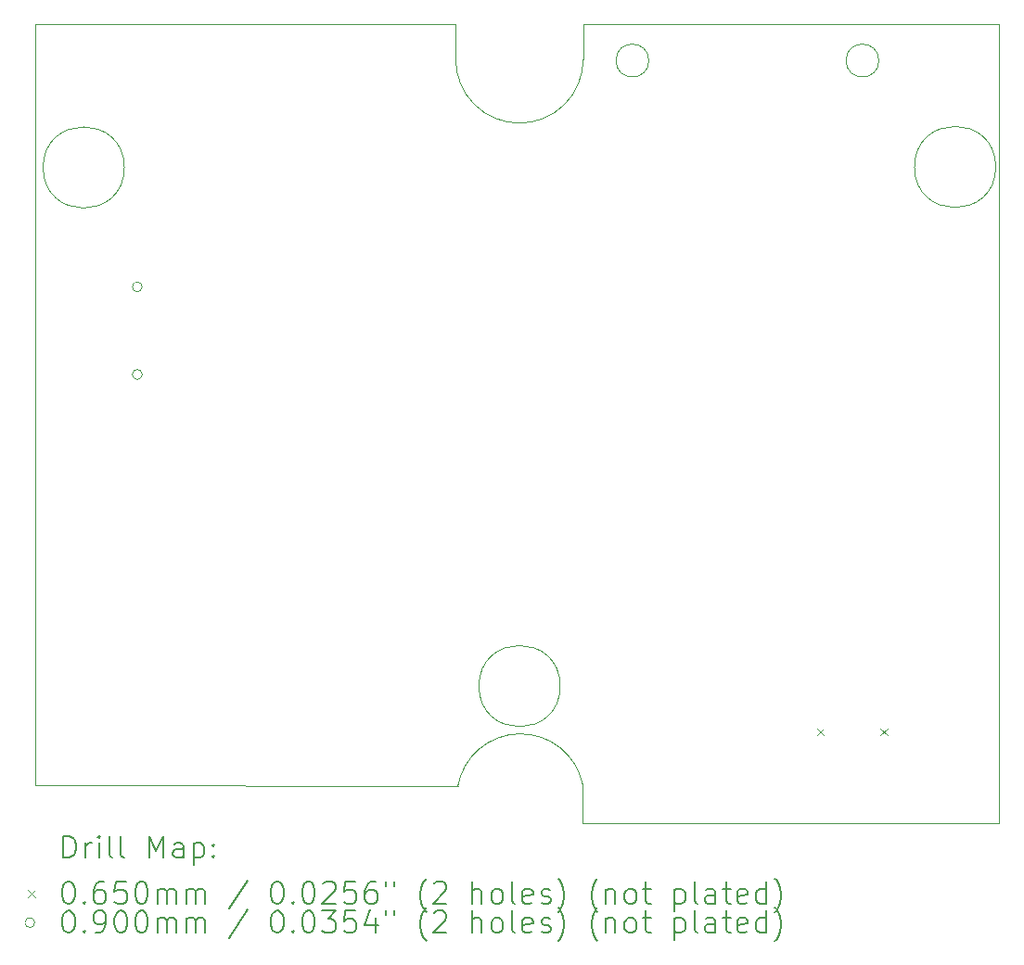
<source format=gbr>
%TF.GenerationSoftware,KiCad,Pcbnew,8.0.5*%
%TF.CreationDate,2024-10-11T11:15:47+01:00*%
%TF.ProjectId,esquema_eletronico,65737175-656d-4615-9f65-6c6574726f6e,rev?*%
%TF.SameCoordinates,Original*%
%TF.FileFunction,Drillmap*%
%TF.FilePolarity,Positive*%
%FSLAX45Y45*%
G04 Gerber Fmt 4.5, Leading zero omitted, Abs format (unit mm)*
G04 Created by KiCad (PCBNEW 8.0.5) date 2024-10-11 11:15:47*
%MOMM*%
%LPD*%
G01*
G04 APERTURE LIST*
%ADD10C,0.100000*%
%ADD11C,0.050000*%
%ADD12C,0.200000*%
G04 APERTURE END LIST*
D10*
X12795000Y-14000000D02*
X16600000Y-14000000D01*
X16566839Y-8007500D02*
G75*
G02*
X15825000Y-8007500I-370920J0D01*
G01*
X15825000Y-8007500D02*
G75*
G02*
X16566839Y-8007500I370920J0D01*
G01*
X11637500Y-6700000D02*
X7800000Y-6700000D01*
X12801000Y-7025000D02*
G75*
G02*
X11637004Y-7022848I-582000J0D01*
G01*
X7800000Y-6700000D02*
X7803038Y-13655000D01*
X11637500Y-6700000D02*
X11637004Y-7022848D01*
X12795000Y-14000000D02*
X12796159Y-13647375D01*
X16600000Y-14000000D02*
X16600000Y-6700000D01*
X12801498Y-6700576D02*
X12801000Y-7025000D01*
X12590919Y-12749081D02*
G75*
G02*
X11849080Y-12749081I-370920J0D01*
G01*
X11849080Y-12749081D02*
G75*
G02*
X12590919Y-12749081I370920J0D01*
G01*
X16600000Y-6700000D02*
X12801498Y-6700576D01*
X7803038Y-13655000D02*
X11656458Y-13662672D01*
X8612500Y-8012500D02*
G75*
G02*
X7870661Y-8012500I-370920J0D01*
G01*
X7870661Y-8012500D02*
G75*
G02*
X8612500Y-8012500I370920J0D01*
G01*
X11656458Y-13662672D02*
G75*
G02*
X12796157Y-13647375I571332J-102778D01*
G01*
D11*
X13399750Y-7035500D02*
G75*
G02*
X13099750Y-7035500I-150000J0D01*
G01*
X13099750Y-7035500D02*
G75*
G02*
X13399750Y-7035500I150000J0D01*
G01*
X15499750Y-7035500D02*
G75*
G02*
X15199750Y-7035500I-150000J0D01*
G01*
X15199750Y-7035500D02*
G75*
G02*
X15499750Y-7035500I150000J0D01*
G01*
D12*
D10*
X14933500Y-13134500D02*
X14998500Y-13199500D01*
X14998500Y-13134500D02*
X14933500Y-13199500D01*
X15511500Y-13134500D02*
X15576500Y-13199500D01*
X15576500Y-13134500D02*
X15511500Y-13199500D01*
X8775000Y-9102500D02*
G75*
G02*
X8685000Y-9102500I-45000J0D01*
G01*
X8685000Y-9102500D02*
G75*
G02*
X8775000Y-9102500I45000J0D01*
G01*
X8775000Y-9902500D02*
G75*
G02*
X8685000Y-9902500I-45000J0D01*
G01*
X8685000Y-9902500D02*
G75*
G02*
X8775000Y-9902500I45000J0D01*
G01*
D12*
X8055777Y-14316484D02*
X8055777Y-14116484D01*
X8055777Y-14116484D02*
X8103396Y-14116484D01*
X8103396Y-14116484D02*
X8131967Y-14126008D01*
X8131967Y-14126008D02*
X8151015Y-14145055D01*
X8151015Y-14145055D02*
X8160539Y-14164103D01*
X8160539Y-14164103D02*
X8170062Y-14202198D01*
X8170062Y-14202198D02*
X8170062Y-14230769D01*
X8170062Y-14230769D02*
X8160539Y-14268865D01*
X8160539Y-14268865D02*
X8151015Y-14287912D01*
X8151015Y-14287912D02*
X8131967Y-14306960D01*
X8131967Y-14306960D02*
X8103396Y-14316484D01*
X8103396Y-14316484D02*
X8055777Y-14316484D01*
X8255777Y-14316484D02*
X8255777Y-14183150D01*
X8255777Y-14221246D02*
X8265301Y-14202198D01*
X8265301Y-14202198D02*
X8274824Y-14192674D01*
X8274824Y-14192674D02*
X8293872Y-14183150D01*
X8293872Y-14183150D02*
X8312920Y-14183150D01*
X8379586Y-14316484D02*
X8379586Y-14183150D01*
X8379586Y-14116484D02*
X8370062Y-14126008D01*
X8370062Y-14126008D02*
X8379586Y-14135531D01*
X8379586Y-14135531D02*
X8389110Y-14126008D01*
X8389110Y-14126008D02*
X8379586Y-14116484D01*
X8379586Y-14116484D02*
X8379586Y-14135531D01*
X8503396Y-14316484D02*
X8484348Y-14306960D01*
X8484348Y-14306960D02*
X8474824Y-14287912D01*
X8474824Y-14287912D02*
X8474824Y-14116484D01*
X8608158Y-14316484D02*
X8589110Y-14306960D01*
X8589110Y-14306960D02*
X8579586Y-14287912D01*
X8579586Y-14287912D02*
X8579586Y-14116484D01*
X8836729Y-14316484D02*
X8836729Y-14116484D01*
X8836729Y-14116484D02*
X8903396Y-14259341D01*
X8903396Y-14259341D02*
X8970063Y-14116484D01*
X8970063Y-14116484D02*
X8970063Y-14316484D01*
X9151015Y-14316484D02*
X9151015Y-14211722D01*
X9151015Y-14211722D02*
X9141491Y-14192674D01*
X9141491Y-14192674D02*
X9122444Y-14183150D01*
X9122444Y-14183150D02*
X9084348Y-14183150D01*
X9084348Y-14183150D02*
X9065301Y-14192674D01*
X9151015Y-14306960D02*
X9131967Y-14316484D01*
X9131967Y-14316484D02*
X9084348Y-14316484D01*
X9084348Y-14316484D02*
X9065301Y-14306960D01*
X9065301Y-14306960D02*
X9055777Y-14287912D01*
X9055777Y-14287912D02*
X9055777Y-14268865D01*
X9055777Y-14268865D02*
X9065301Y-14249817D01*
X9065301Y-14249817D02*
X9084348Y-14240293D01*
X9084348Y-14240293D02*
X9131967Y-14240293D01*
X9131967Y-14240293D02*
X9151015Y-14230769D01*
X9246253Y-14183150D02*
X9246253Y-14383150D01*
X9246253Y-14192674D02*
X9265301Y-14183150D01*
X9265301Y-14183150D02*
X9303396Y-14183150D01*
X9303396Y-14183150D02*
X9322444Y-14192674D01*
X9322444Y-14192674D02*
X9331967Y-14202198D01*
X9331967Y-14202198D02*
X9341491Y-14221246D01*
X9341491Y-14221246D02*
X9341491Y-14278388D01*
X9341491Y-14278388D02*
X9331967Y-14297436D01*
X9331967Y-14297436D02*
X9322444Y-14306960D01*
X9322444Y-14306960D02*
X9303396Y-14316484D01*
X9303396Y-14316484D02*
X9265301Y-14316484D01*
X9265301Y-14316484D02*
X9246253Y-14306960D01*
X9427205Y-14297436D02*
X9436729Y-14306960D01*
X9436729Y-14306960D02*
X9427205Y-14316484D01*
X9427205Y-14316484D02*
X9417682Y-14306960D01*
X9417682Y-14306960D02*
X9427205Y-14297436D01*
X9427205Y-14297436D02*
X9427205Y-14316484D01*
X9427205Y-14192674D02*
X9436729Y-14202198D01*
X9436729Y-14202198D02*
X9427205Y-14211722D01*
X9427205Y-14211722D02*
X9417682Y-14202198D01*
X9417682Y-14202198D02*
X9427205Y-14192674D01*
X9427205Y-14192674D02*
X9427205Y-14211722D01*
D10*
X7730000Y-14612500D02*
X7795000Y-14677500D01*
X7795000Y-14612500D02*
X7730000Y-14677500D01*
D12*
X8093872Y-14536484D02*
X8112920Y-14536484D01*
X8112920Y-14536484D02*
X8131967Y-14546008D01*
X8131967Y-14546008D02*
X8141491Y-14555531D01*
X8141491Y-14555531D02*
X8151015Y-14574579D01*
X8151015Y-14574579D02*
X8160539Y-14612674D01*
X8160539Y-14612674D02*
X8160539Y-14660293D01*
X8160539Y-14660293D02*
X8151015Y-14698388D01*
X8151015Y-14698388D02*
X8141491Y-14717436D01*
X8141491Y-14717436D02*
X8131967Y-14726960D01*
X8131967Y-14726960D02*
X8112920Y-14736484D01*
X8112920Y-14736484D02*
X8093872Y-14736484D01*
X8093872Y-14736484D02*
X8074824Y-14726960D01*
X8074824Y-14726960D02*
X8065301Y-14717436D01*
X8065301Y-14717436D02*
X8055777Y-14698388D01*
X8055777Y-14698388D02*
X8046253Y-14660293D01*
X8046253Y-14660293D02*
X8046253Y-14612674D01*
X8046253Y-14612674D02*
X8055777Y-14574579D01*
X8055777Y-14574579D02*
X8065301Y-14555531D01*
X8065301Y-14555531D02*
X8074824Y-14546008D01*
X8074824Y-14546008D02*
X8093872Y-14536484D01*
X8246253Y-14717436D02*
X8255777Y-14726960D01*
X8255777Y-14726960D02*
X8246253Y-14736484D01*
X8246253Y-14736484D02*
X8236729Y-14726960D01*
X8236729Y-14726960D02*
X8246253Y-14717436D01*
X8246253Y-14717436D02*
X8246253Y-14736484D01*
X8427205Y-14536484D02*
X8389110Y-14536484D01*
X8389110Y-14536484D02*
X8370062Y-14546008D01*
X8370062Y-14546008D02*
X8360539Y-14555531D01*
X8360539Y-14555531D02*
X8341491Y-14584103D01*
X8341491Y-14584103D02*
X8331967Y-14622198D01*
X8331967Y-14622198D02*
X8331967Y-14698388D01*
X8331967Y-14698388D02*
X8341491Y-14717436D01*
X8341491Y-14717436D02*
X8351015Y-14726960D01*
X8351015Y-14726960D02*
X8370062Y-14736484D01*
X8370062Y-14736484D02*
X8408158Y-14736484D01*
X8408158Y-14736484D02*
X8427205Y-14726960D01*
X8427205Y-14726960D02*
X8436729Y-14717436D01*
X8436729Y-14717436D02*
X8446253Y-14698388D01*
X8446253Y-14698388D02*
X8446253Y-14650769D01*
X8446253Y-14650769D02*
X8436729Y-14631722D01*
X8436729Y-14631722D02*
X8427205Y-14622198D01*
X8427205Y-14622198D02*
X8408158Y-14612674D01*
X8408158Y-14612674D02*
X8370062Y-14612674D01*
X8370062Y-14612674D02*
X8351015Y-14622198D01*
X8351015Y-14622198D02*
X8341491Y-14631722D01*
X8341491Y-14631722D02*
X8331967Y-14650769D01*
X8627205Y-14536484D02*
X8531967Y-14536484D01*
X8531967Y-14536484D02*
X8522444Y-14631722D01*
X8522444Y-14631722D02*
X8531967Y-14622198D01*
X8531967Y-14622198D02*
X8551015Y-14612674D01*
X8551015Y-14612674D02*
X8598634Y-14612674D01*
X8598634Y-14612674D02*
X8617682Y-14622198D01*
X8617682Y-14622198D02*
X8627205Y-14631722D01*
X8627205Y-14631722D02*
X8636729Y-14650769D01*
X8636729Y-14650769D02*
X8636729Y-14698388D01*
X8636729Y-14698388D02*
X8627205Y-14717436D01*
X8627205Y-14717436D02*
X8617682Y-14726960D01*
X8617682Y-14726960D02*
X8598634Y-14736484D01*
X8598634Y-14736484D02*
X8551015Y-14736484D01*
X8551015Y-14736484D02*
X8531967Y-14726960D01*
X8531967Y-14726960D02*
X8522444Y-14717436D01*
X8760539Y-14536484D02*
X8779586Y-14536484D01*
X8779586Y-14536484D02*
X8798634Y-14546008D01*
X8798634Y-14546008D02*
X8808158Y-14555531D01*
X8808158Y-14555531D02*
X8817682Y-14574579D01*
X8817682Y-14574579D02*
X8827205Y-14612674D01*
X8827205Y-14612674D02*
X8827205Y-14660293D01*
X8827205Y-14660293D02*
X8817682Y-14698388D01*
X8817682Y-14698388D02*
X8808158Y-14717436D01*
X8808158Y-14717436D02*
X8798634Y-14726960D01*
X8798634Y-14726960D02*
X8779586Y-14736484D01*
X8779586Y-14736484D02*
X8760539Y-14736484D01*
X8760539Y-14736484D02*
X8741491Y-14726960D01*
X8741491Y-14726960D02*
X8731967Y-14717436D01*
X8731967Y-14717436D02*
X8722444Y-14698388D01*
X8722444Y-14698388D02*
X8712920Y-14660293D01*
X8712920Y-14660293D02*
X8712920Y-14612674D01*
X8712920Y-14612674D02*
X8722444Y-14574579D01*
X8722444Y-14574579D02*
X8731967Y-14555531D01*
X8731967Y-14555531D02*
X8741491Y-14546008D01*
X8741491Y-14546008D02*
X8760539Y-14536484D01*
X8912920Y-14736484D02*
X8912920Y-14603150D01*
X8912920Y-14622198D02*
X8922444Y-14612674D01*
X8922444Y-14612674D02*
X8941491Y-14603150D01*
X8941491Y-14603150D02*
X8970063Y-14603150D01*
X8970063Y-14603150D02*
X8989110Y-14612674D01*
X8989110Y-14612674D02*
X8998634Y-14631722D01*
X8998634Y-14631722D02*
X8998634Y-14736484D01*
X8998634Y-14631722D02*
X9008158Y-14612674D01*
X9008158Y-14612674D02*
X9027205Y-14603150D01*
X9027205Y-14603150D02*
X9055777Y-14603150D01*
X9055777Y-14603150D02*
X9074825Y-14612674D01*
X9074825Y-14612674D02*
X9084348Y-14631722D01*
X9084348Y-14631722D02*
X9084348Y-14736484D01*
X9179586Y-14736484D02*
X9179586Y-14603150D01*
X9179586Y-14622198D02*
X9189110Y-14612674D01*
X9189110Y-14612674D02*
X9208158Y-14603150D01*
X9208158Y-14603150D02*
X9236729Y-14603150D01*
X9236729Y-14603150D02*
X9255777Y-14612674D01*
X9255777Y-14612674D02*
X9265301Y-14631722D01*
X9265301Y-14631722D02*
X9265301Y-14736484D01*
X9265301Y-14631722D02*
X9274825Y-14612674D01*
X9274825Y-14612674D02*
X9293872Y-14603150D01*
X9293872Y-14603150D02*
X9322444Y-14603150D01*
X9322444Y-14603150D02*
X9341491Y-14612674D01*
X9341491Y-14612674D02*
X9351015Y-14631722D01*
X9351015Y-14631722D02*
X9351015Y-14736484D01*
X9741491Y-14526960D02*
X9570063Y-14784103D01*
X9998634Y-14536484D02*
X10017682Y-14536484D01*
X10017682Y-14536484D02*
X10036729Y-14546008D01*
X10036729Y-14546008D02*
X10046253Y-14555531D01*
X10046253Y-14555531D02*
X10055777Y-14574579D01*
X10055777Y-14574579D02*
X10065301Y-14612674D01*
X10065301Y-14612674D02*
X10065301Y-14660293D01*
X10065301Y-14660293D02*
X10055777Y-14698388D01*
X10055777Y-14698388D02*
X10046253Y-14717436D01*
X10046253Y-14717436D02*
X10036729Y-14726960D01*
X10036729Y-14726960D02*
X10017682Y-14736484D01*
X10017682Y-14736484D02*
X9998634Y-14736484D01*
X9998634Y-14736484D02*
X9979587Y-14726960D01*
X9979587Y-14726960D02*
X9970063Y-14717436D01*
X9970063Y-14717436D02*
X9960539Y-14698388D01*
X9960539Y-14698388D02*
X9951015Y-14660293D01*
X9951015Y-14660293D02*
X9951015Y-14612674D01*
X9951015Y-14612674D02*
X9960539Y-14574579D01*
X9960539Y-14574579D02*
X9970063Y-14555531D01*
X9970063Y-14555531D02*
X9979587Y-14546008D01*
X9979587Y-14546008D02*
X9998634Y-14536484D01*
X10151015Y-14717436D02*
X10160539Y-14726960D01*
X10160539Y-14726960D02*
X10151015Y-14736484D01*
X10151015Y-14736484D02*
X10141491Y-14726960D01*
X10141491Y-14726960D02*
X10151015Y-14717436D01*
X10151015Y-14717436D02*
X10151015Y-14736484D01*
X10284348Y-14536484D02*
X10303396Y-14536484D01*
X10303396Y-14536484D02*
X10322444Y-14546008D01*
X10322444Y-14546008D02*
X10331968Y-14555531D01*
X10331968Y-14555531D02*
X10341491Y-14574579D01*
X10341491Y-14574579D02*
X10351015Y-14612674D01*
X10351015Y-14612674D02*
X10351015Y-14660293D01*
X10351015Y-14660293D02*
X10341491Y-14698388D01*
X10341491Y-14698388D02*
X10331968Y-14717436D01*
X10331968Y-14717436D02*
X10322444Y-14726960D01*
X10322444Y-14726960D02*
X10303396Y-14736484D01*
X10303396Y-14736484D02*
X10284348Y-14736484D01*
X10284348Y-14736484D02*
X10265301Y-14726960D01*
X10265301Y-14726960D02*
X10255777Y-14717436D01*
X10255777Y-14717436D02*
X10246253Y-14698388D01*
X10246253Y-14698388D02*
X10236729Y-14660293D01*
X10236729Y-14660293D02*
X10236729Y-14612674D01*
X10236729Y-14612674D02*
X10246253Y-14574579D01*
X10246253Y-14574579D02*
X10255777Y-14555531D01*
X10255777Y-14555531D02*
X10265301Y-14546008D01*
X10265301Y-14546008D02*
X10284348Y-14536484D01*
X10427206Y-14555531D02*
X10436729Y-14546008D01*
X10436729Y-14546008D02*
X10455777Y-14536484D01*
X10455777Y-14536484D02*
X10503396Y-14536484D01*
X10503396Y-14536484D02*
X10522444Y-14546008D01*
X10522444Y-14546008D02*
X10531968Y-14555531D01*
X10531968Y-14555531D02*
X10541491Y-14574579D01*
X10541491Y-14574579D02*
X10541491Y-14593627D01*
X10541491Y-14593627D02*
X10531968Y-14622198D01*
X10531968Y-14622198D02*
X10417682Y-14736484D01*
X10417682Y-14736484D02*
X10541491Y-14736484D01*
X10722444Y-14536484D02*
X10627206Y-14536484D01*
X10627206Y-14536484D02*
X10617682Y-14631722D01*
X10617682Y-14631722D02*
X10627206Y-14622198D01*
X10627206Y-14622198D02*
X10646253Y-14612674D01*
X10646253Y-14612674D02*
X10693872Y-14612674D01*
X10693872Y-14612674D02*
X10712920Y-14622198D01*
X10712920Y-14622198D02*
X10722444Y-14631722D01*
X10722444Y-14631722D02*
X10731968Y-14650769D01*
X10731968Y-14650769D02*
X10731968Y-14698388D01*
X10731968Y-14698388D02*
X10722444Y-14717436D01*
X10722444Y-14717436D02*
X10712920Y-14726960D01*
X10712920Y-14726960D02*
X10693872Y-14736484D01*
X10693872Y-14736484D02*
X10646253Y-14736484D01*
X10646253Y-14736484D02*
X10627206Y-14726960D01*
X10627206Y-14726960D02*
X10617682Y-14717436D01*
X10903396Y-14536484D02*
X10865301Y-14536484D01*
X10865301Y-14536484D02*
X10846253Y-14546008D01*
X10846253Y-14546008D02*
X10836729Y-14555531D01*
X10836729Y-14555531D02*
X10817682Y-14584103D01*
X10817682Y-14584103D02*
X10808158Y-14622198D01*
X10808158Y-14622198D02*
X10808158Y-14698388D01*
X10808158Y-14698388D02*
X10817682Y-14717436D01*
X10817682Y-14717436D02*
X10827206Y-14726960D01*
X10827206Y-14726960D02*
X10846253Y-14736484D01*
X10846253Y-14736484D02*
X10884349Y-14736484D01*
X10884349Y-14736484D02*
X10903396Y-14726960D01*
X10903396Y-14726960D02*
X10912920Y-14717436D01*
X10912920Y-14717436D02*
X10922444Y-14698388D01*
X10922444Y-14698388D02*
X10922444Y-14650769D01*
X10922444Y-14650769D02*
X10912920Y-14631722D01*
X10912920Y-14631722D02*
X10903396Y-14622198D01*
X10903396Y-14622198D02*
X10884349Y-14612674D01*
X10884349Y-14612674D02*
X10846253Y-14612674D01*
X10846253Y-14612674D02*
X10827206Y-14622198D01*
X10827206Y-14622198D02*
X10817682Y-14631722D01*
X10817682Y-14631722D02*
X10808158Y-14650769D01*
X10998634Y-14536484D02*
X10998634Y-14574579D01*
X11074825Y-14536484D02*
X11074825Y-14574579D01*
X11370063Y-14812674D02*
X11360539Y-14803150D01*
X11360539Y-14803150D02*
X11341491Y-14774579D01*
X11341491Y-14774579D02*
X11331968Y-14755531D01*
X11331968Y-14755531D02*
X11322444Y-14726960D01*
X11322444Y-14726960D02*
X11312920Y-14679341D01*
X11312920Y-14679341D02*
X11312920Y-14641246D01*
X11312920Y-14641246D02*
X11322444Y-14593627D01*
X11322444Y-14593627D02*
X11331968Y-14565055D01*
X11331968Y-14565055D02*
X11341491Y-14546008D01*
X11341491Y-14546008D02*
X11360539Y-14517436D01*
X11360539Y-14517436D02*
X11370063Y-14507912D01*
X11436729Y-14555531D02*
X11446253Y-14546008D01*
X11446253Y-14546008D02*
X11465301Y-14536484D01*
X11465301Y-14536484D02*
X11512920Y-14536484D01*
X11512920Y-14536484D02*
X11531968Y-14546008D01*
X11531968Y-14546008D02*
X11541491Y-14555531D01*
X11541491Y-14555531D02*
X11551015Y-14574579D01*
X11551015Y-14574579D02*
X11551015Y-14593627D01*
X11551015Y-14593627D02*
X11541491Y-14622198D01*
X11541491Y-14622198D02*
X11427206Y-14736484D01*
X11427206Y-14736484D02*
X11551015Y-14736484D01*
X11789110Y-14736484D02*
X11789110Y-14536484D01*
X11874825Y-14736484D02*
X11874825Y-14631722D01*
X11874825Y-14631722D02*
X11865301Y-14612674D01*
X11865301Y-14612674D02*
X11846253Y-14603150D01*
X11846253Y-14603150D02*
X11817682Y-14603150D01*
X11817682Y-14603150D02*
X11798634Y-14612674D01*
X11798634Y-14612674D02*
X11789110Y-14622198D01*
X11998634Y-14736484D02*
X11979587Y-14726960D01*
X11979587Y-14726960D02*
X11970063Y-14717436D01*
X11970063Y-14717436D02*
X11960539Y-14698388D01*
X11960539Y-14698388D02*
X11960539Y-14641246D01*
X11960539Y-14641246D02*
X11970063Y-14622198D01*
X11970063Y-14622198D02*
X11979587Y-14612674D01*
X11979587Y-14612674D02*
X11998634Y-14603150D01*
X11998634Y-14603150D02*
X12027206Y-14603150D01*
X12027206Y-14603150D02*
X12046253Y-14612674D01*
X12046253Y-14612674D02*
X12055777Y-14622198D01*
X12055777Y-14622198D02*
X12065301Y-14641246D01*
X12065301Y-14641246D02*
X12065301Y-14698388D01*
X12065301Y-14698388D02*
X12055777Y-14717436D01*
X12055777Y-14717436D02*
X12046253Y-14726960D01*
X12046253Y-14726960D02*
X12027206Y-14736484D01*
X12027206Y-14736484D02*
X11998634Y-14736484D01*
X12179587Y-14736484D02*
X12160539Y-14726960D01*
X12160539Y-14726960D02*
X12151015Y-14707912D01*
X12151015Y-14707912D02*
X12151015Y-14536484D01*
X12331968Y-14726960D02*
X12312920Y-14736484D01*
X12312920Y-14736484D02*
X12274825Y-14736484D01*
X12274825Y-14736484D02*
X12255777Y-14726960D01*
X12255777Y-14726960D02*
X12246253Y-14707912D01*
X12246253Y-14707912D02*
X12246253Y-14631722D01*
X12246253Y-14631722D02*
X12255777Y-14612674D01*
X12255777Y-14612674D02*
X12274825Y-14603150D01*
X12274825Y-14603150D02*
X12312920Y-14603150D01*
X12312920Y-14603150D02*
X12331968Y-14612674D01*
X12331968Y-14612674D02*
X12341491Y-14631722D01*
X12341491Y-14631722D02*
X12341491Y-14650769D01*
X12341491Y-14650769D02*
X12246253Y-14669817D01*
X12417682Y-14726960D02*
X12436730Y-14736484D01*
X12436730Y-14736484D02*
X12474825Y-14736484D01*
X12474825Y-14736484D02*
X12493872Y-14726960D01*
X12493872Y-14726960D02*
X12503396Y-14707912D01*
X12503396Y-14707912D02*
X12503396Y-14698388D01*
X12503396Y-14698388D02*
X12493872Y-14679341D01*
X12493872Y-14679341D02*
X12474825Y-14669817D01*
X12474825Y-14669817D02*
X12446253Y-14669817D01*
X12446253Y-14669817D02*
X12427206Y-14660293D01*
X12427206Y-14660293D02*
X12417682Y-14641246D01*
X12417682Y-14641246D02*
X12417682Y-14631722D01*
X12417682Y-14631722D02*
X12427206Y-14612674D01*
X12427206Y-14612674D02*
X12446253Y-14603150D01*
X12446253Y-14603150D02*
X12474825Y-14603150D01*
X12474825Y-14603150D02*
X12493872Y-14612674D01*
X12570063Y-14812674D02*
X12579587Y-14803150D01*
X12579587Y-14803150D02*
X12598634Y-14774579D01*
X12598634Y-14774579D02*
X12608158Y-14755531D01*
X12608158Y-14755531D02*
X12617682Y-14726960D01*
X12617682Y-14726960D02*
X12627206Y-14679341D01*
X12627206Y-14679341D02*
X12627206Y-14641246D01*
X12627206Y-14641246D02*
X12617682Y-14593627D01*
X12617682Y-14593627D02*
X12608158Y-14565055D01*
X12608158Y-14565055D02*
X12598634Y-14546008D01*
X12598634Y-14546008D02*
X12579587Y-14517436D01*
X12579587Y-14517436D02*
X12570063Y-14507912D01*
X12931968Y-14812674D02*
X12922444Y-14803150D01*
X12922444Y-14803150D02*
X12903396Y-14774579D01*
X12903396Y-14774579D02*
X12893872Y-14755531D01*
X12893872Y-14755531D02*
X12884349Y-14726960D01*
X12884349Y-14726960D02*
X12874825Y-14679341D01*
X12874825Y-14679341D02*
X12874825Y-14641246D01*
X12874825Y-14641246D02*
X12884349Y-14593627D01*
X12884349Y-14593627D02*
X12893872Y-14565055D01*
X12893872Y-14565055D02*
X12903396Y-14546008D01*
X12903396Y-14546008D02*
X12922444Y-14517436D01*
X12922444Y-14517436D02*
X12931968Y-14507912D01*
X13008158Y-14603150D02*
X13008158Y-14736484D01*
X13008158Y-14622198D02*
X13017682Y-14612674D01*
X13017682Y-14612674D02*
X13036730Y-14603150D01*
X13036730Y-14603150D02*
X13065301Y-14603150D01*
X13065301Y-14603150D02*
X13084349Y-14612674D01*
X13084349Y-14612674D02*
X13093872Y-14631722D01*
X13093872Y-14631722D02*
X13093872Y-14736484D01*
X13217682Y-14736484D02*
X13198634Y-14726960D01*
X13198634Y-14726960D02*
X13189111Y-14717436D01*
X13189111Y-14717436D02*
X13179587Y-14698388D01*
X13179587Y-14698388D02*
X13179587Y-14641246D01*
X13179587Y-14641246D02*
X13189111Y-14622198D01*
X13189111Y-14622198D02*
X13198634Y-14612674D01*
X13198634Y-14612674D02*
X13217682Y-14603150D01*
X13217682Y-14603150D02*
X13246253Y-14603150D01*
X13246253Y-14603150D02*
X13265301Y-14612674D01*
X13265301Y-14612674D02*
X13274825Y-14622198D01*
X13274825Y-14622198D02*
X13284349Y-14641246D01*
X13284349Y-14641246D02*
X13284349Y-14698388D01*
X13284349Y-14698388D02*
X13274825Y-14717436D01*
X13274825Y-14717436D02*
X13265301Y-14726960D01*
X13265301Y-14726960D02*
X13246253Y-14736484D01*
X13246253Y-14736484D02*
X13217682Y-14736484D01*
X13341492Y-14603150D02*
X13417682Y-14603150D01*
X13370063Y-14536484D02*
X13370063Y-14707912D01*
X13370063Y-14707912D02*
X13379587Y-14726960D01*
X13379587Y-14726960D02*
X13398634Y-14736484D01*
X13398634Y-14736484D02*
X13417682Y-14736484D01*
X13636730Y-14603150D02*
X13636730Y-14803150D01*
X13636730Y-14612674D02*
X13655777Y-14603150D01*
X13655777Y-14603150D02*
X13693873Y-14603150D01*
X13693873Y-14603150D02*
X13712920Y-14612674D01*
X13712920Y-14612674D02*
X13722444Y-14622198D01*
X13722444Y-14622198D02*
X13731968Y-14641246D01*
X13731968Y-14641246D02*
X13731968Y-14698388D01*
X13731968Y-14698388D02*
X13722444Y-14717436D01*
X13722444Y-14717436D02*
X13712920Y-14726960D01*
X13712920Y-14726960D02*
X13693873Y-14736484D01*
X13693873Y-14736484D02*
X13655777Y-14736484D01*
X13655777Y-14736484D02*
X13636730Y-14726960D01*
X13846253Y-14736484D02*
X13827206Y-14726960D01*
X13827206Y-14726960D02*
X13817682Y-14707912D01*
X13817682Y-14707912D02*
X13817682Y-14536484D01*
X14008158Y-14736484D02*
X14008158Y-14631722D01*
X14008158Y-14631722D02*
X13998634Y-14612674D01*
X13998634Y-14612674D02*
X13979587Y-14603150D01*
X13979587Y-14603150D02*
X13941492Y-14603150D01*
X13941492Y-14603150D02*
X13922444Y-14612674D01*
X14008158Y-14726960D02*
X13989111Y-14736484D01*
X13989111Y-14736484D02*
X13941492Y-14736484D01*
X13941492Y-14736484D02*
X13922444Y-14726960D01*
X13922444Y-14726960D02*
X13912920Y-14707912D01*
X13912920Y-14707912D02*
X13912920Y-14688865D01*
X13912920Y-14688865D02*
X13922444Y-14669817D01*
X13922444Y-14669817D02*
X13941492Y-14660293D01*
X13941492Y-14660293D02*
X13989111Y-14660293D01*
X13989111Y-14660293D02*
X14008158Y-14650769D01*
X14074825Y-14603150D02*
X14151015Y-14603150D01*
X14103396Y-14536484D02*
X14103396Y-14707912D01*
X14103396Y-14707912D02*
X14112920Y-14726960D01*
X14112920Y-14726960D02*
X14131968Y-14736484D01*
X14131968Y-14736484D02*
X14151015Y-14736484D01*
X14293873Y-14726960D02*
X14274825Y-14736484D01*
X14274825Y-14736484D02*
X14236730Y-14736484D01*
X14236730Y-14736484D02*
X14217682Y-14726960D01*
X14217682Y-14726960D02*
X14208158Y-14707912D01*
X14208158Y-14707912D02*
X14208158Y-14631722D01*
X14208158Y-14631722D02*
X14217682Y-14612674D01*
X14217682Y-14612674D02*
X14236730Y-14603150D01*
X14236730Y-14603150D02*
X14274825Y-14603150D01*
X14274825Y-14603150D02*
X14293873Y-14612674D01*
X14293873Y-14612674D02*
X14303396Y-14631722D01*
X14303396Y-14631722D02*
X14303396Y-14650769D01*
X14303396Y-14650769D02*
X14208158Y-14669817D01*
X14474825Y-14736484D02*
X14474825Y-14536484D01*
X14474825Y-14726960D02*
X14455777Y-14736484D01*
X14455777Y-14736484D02*
X14417682Y-14736484D01*
X14417682Y-14736484D02*
X14398634Y-14726960D01*
X14398634Y-14726960D02*
X14389111Y-14717436D01*
X14389111Y-14717436D02*
X14379587Y-14698388D01*
X14379587Y-14698388D02*
X14379587Y-14641246D01*
X14379587Y-14641246D02*
X14389111Y-14622198D01*
X14389111Y-14622198D02*
X14398634Y-14612674D01*
X14398634Y-14612674D02*
X14417682Y-14603150D01*
X14417682Y-14603150D02*
X14455777Y-14603150D01*
X14455777Y-14603150D02*
X14474825Y-14612674D01*
X14551015Y-14812674D02*
X14560539Y-14803150D01*
X14560539Y-14803150D02*
X14579587Y-14774579D01*
X14579587Y-14774579D02*
X14589111Y-14755531D01*
X14589111Y-14755531D02*
X14598634Y-14726960D01*
X14598634Y-14726960D02*
X14608158Y-14679341D01*
X14608158Y-14679341D02*
X14608158Y-14641246D01*
X14608158Y-14641246D02*
X14598634Y-14593627D01*
X14598634Y-14593627D02*
X14589111Y-14565055D01*
X14589111Y-14565055D02*
X14579587Y-14546008D01*
X14579587Y-14546008D02*
X14560539Y-14517436D01*
X14560539Y-14517436D02*
X14551015Y-14507912D01*
D10*
X7795000Y-14909000D02*
G75*
G02*
X7705000Y-14909000I-45000J0D01*
G01*
X7705000Y-14909000D02*
G75*
G02*
X7795000Y-14909000I45000J0D01*
G01*
D12*
X8093872Y-14800484D02*
X8112920Y-14800484D01*
X8112920Y-14800484D02*
X8131967Y-14810008D01*
X8131967Y-14810008D02*
X8141491Y-14819531D01*
X8141491Y-14819531D02*
X8151015Y-14838579D01*
X8151015Y-14838579D02*
X8160539Y-14876674D01*
X8160539Y-14876674D02*
X8160539Y-14924293D01*
X8160539Y-14924293D02*
X8151015Y-14962388D01*
X8151015Y-14962388D02*
X8141491Y-14981436D01*
X8141491Y-14981436D02*
X8131967Y-14990960D01*
X8131967Y-14990960D02*
X8112920Y-15000484D01*
X8112920Y-15000484D02*
X8093872Y-15000484D01*
X8093872Y-15000484D02*
X8074824Y-14990960D01*
X8074824Y-14990960D02*
X8065301Y-14981436D01*
X8065301Y-14981436D02*
X8055777Y-14962388D01*
X8055777Y-14962388D02*
X8046253Y-14924293D01*
X8046253Y-14924293D02*
X8046253Y-14876674D01*
X8046253Y-14876674D02*
X8055777Y-14838579D01*
X8055777Y-14838579D02*
X8065301Y-14819531D01*
X8065301Y-14819531D02*
X8074824Y-14810008D01*
X8074824Y-14810008D02*
X8093872Y-14800484D01*
X8246253Y-14981436D02*
X8255777Y-14990960D01*
X8255777Y-14990960D02*
X8246253Y-15000484D01*
X8246253Y-15000484D02*
X8236729Y-14990960D01*
X8236729Y-14990960D02*
X8246253Y-14981436D01*
X8246253Y-14981436D02*
X8246253Y-15000484D01*
X8351015Y-15000484D02*
X8389110Y-15000484D01*
X8389110Y-15000484D02*
X8408158Y-14990960D01*
X8408158Y-14990960D02*
X8417682Y-14981436D01*
X8417682Y-14981436D02*
X8436729Y-14952865D01*
X8436729Y-14952865D02*
X8446253Y-14914769D01*
X8446253Y-14914769D02*
X8446253Y-14838579D01*
X8446253Y-14838579D02*
X8436729Y-14819531D01*
X8436729Y-14819531D02*
X8427205Y-14810008D01*
X8427205Y-14810008D02*
X8408158Y-14800484D01*
X8408158Y-14800484D02*
X8370062Y-14800484D01*
X8370062Y-14800484D02*
X8351015Y-14810008D01*
X8351015Y-14810008D02*
X8341491Y-14819531D01*
X8341491Y-14819531D02*
X8331967Y-14838579D01*
X8331967Y-14838579D02*
X8331967Y-14886198D01*
X8331967Y-14886198D02*
X8341491Y-14905246D01*
X8341491Y-14905246D02*
X8351015Y-14914769D01*
X8351015Y-14914769D02*
X8370062Y-14924293D01*
X8370062Y-14924293D02*
X8408158Y-14924293D01*
X8408158Y-14924293D02*
X8427205Y-14914769D01*
X8427205Y-14914769D02*
X8436729Y-14905246D01*
X8436729Y-14905246D02*
X8446253Y-14886198D01*
X8570063Y-14800484D02*
X8589110Y-14800484D01*
X8589110Y-14800484D02*
X8608158Y-14810008D01*
X8608158Y-14810008D02*
X8617682Y-14819531D01*
X8617682Y-14819531D02*
X8627205Y-14838579D01*
X8627205Y-14838579D02*
X8636729Y-14876674D01*
X8636729Y-14876674D02*
X8636729Y-14924293D01*
X8636729Y-14924293D02*
X8627205Y-14962388D01*
X8627205Y-14962388D02*
X8617682Y-14981436D01*
X8617682Y-14981436D02*
X8608158Y-14990960D01*
X8608158Y-14990960D02*
X8589110Y-15000484D01*
X8589110Y-15000484D02*
X8570063Y-15000484D01*
X8570063Y-15000484D02*
X8551015Y-14990960D01*
X8551015Y-14990960D02*
X8541491Y-14981436D01*
X8541491Y-14981436D02*
X8531967Y-14962388D01*
X8531967Y-14962388D02*
X8522444Y-14924293D01*
X8522444Y-14924293D02*
X8522444Y-14876674D01*
X8522444Y-14876674D02*
X8531967Y-14838579D01*
X8531967Y-14838579D02*
X8541491Y-14819531D01*
X8541491Y-14819531D02*
X8551015Y-14810008D01*
X8551015Y-14810008D02*
X8570063Y-14800484D01*
X8760539Y-14800484D02*
X8779586Y-14800484D01*
X8779586Y-14800484D02*
X8798634Y-14810008D01*
X8798634Y-14810008D02*
X8808158Y-14819531D01*
X8808158Y-14819531D02*
X8817682Y-14838579D01*
X8817682Y-14838579D02*
X8827205Y-14876674D01*
X8827205Y-14876674D02*
X8827205Y-14924293D01*
X8827205Y-14924293D02*
X8817682Y-14962388D01*
X8817682Y-14962388D02*
X8808158Y-14981436D01*
X8808158Y-14981436D02*
X8798634Y-14990960D01*
X8798634Y-14990960D02*
X8779586Y-15000484D01*
X8779586Y-15000484D02*
X8760539Y-15000484D01*
X8760539Y-15000484D02*
X8741491Y-14990960D01*
X8741491Y-14990960D02*
X8731967Y-14981436D01*
X8731967Y-14981436D02*
X8722444Y-14962388D01*
X8722444Y-14962388D02*
X8712920Y-14924293D01*
X8712920Y-14924293D02*
X8712920Y-14876674D01*
X8712920Y-14876674D02*
X8722444Y-14838579D01*
X8722444Y-14838579D02*
X8731967Y-14819531D01*
X8731967Y-14819531D02*
X8741491Y-14810008D01*
X8741491Y-14810008D02*
X8760539Y-14800484D01*
X8912920Y-15000484D02*
X8912920Y-14867150D01*
X8912920Y-14886198D02*
X8922444Y-14876674D01*
X8922444Y-14876674D02*
X8941491Y-14867150D01*
X8941491Y-14867150D02*
X8970063Y-14867150D01*
X8970063Y-14867150D02*
X8989110Y-14876674D01*
X8989110Y-14876674D02*
X8998634Y-14895722D01*
X8998634Y-14895722D02*
X8998634Y-15000484D01*
X8998634Y-14895722D02*
X9008158Y-14876674D01*
X9008158Y-14876674D02*
X9027205Y-14867150D01*
X9027205Y-14867150D02*
X9055777Y-14867150D01*
X9055777Y-14867150D02*
X9074825Y-14876674D01*
X9074825Y-14876674D02*
X9084348Y-14895722D01*
X9084348Y-14895722D02*
X9084348Y-15000484D01*
X9179586Y-15000484D02*
X9179586Y-14867150D01*
X9179586Y-14886198D02*
X9189110Y-14876674D01*
X9189110Y-14876674D02*
X9208158Y-14867150D01*
X9208158Y-14867150D02*
X9236729Y-14867150D01*
X9236729Y-14867150D02*
X9255777Y-14876674D01*
X9255777Y-14876674D02*
X9265301Y-14895722D01*
X9265301Y-14895722D02*
X9265301Y-15000484D01*
X9265301Y-14895722D02*
X9274825Y-14876674D01*
X9274825Y-14876674D02*
X9293872Y-14867150D01*
X9293872Y-14867150D02*
X9322444Y-14867150D01*
X9322444Y-14867150D02*
X9341491Y-14876674D01*
X9341491Y-14876674D02*
X9351015Y-14895722D01*
X9351015Y-14895722D02*
X9351015Y-15000484D01*
X9741491Y-14790960D02*
X9570063Y-15048103D01*
X9998634Y-14800484D02*
X10017682Y-14800484D01*
X10017682Y-14800484D02*
X10036729Y-14810008D01*
X10036729Y-14810008D02*
X10046253Y-14819531D01*
X10046253Y-14819531D02*
X10055777Y-14838579D01*
X10055777Y-14838579D02*
X10065301Y-14876674D01*
X10065301Y-14876674D02*
X10065301Y-14924293D01*
X10065301Y-14924293D02*
X10055777Y-14962388D01*
X10055777Y-14962388D02*
X10046253Y-14981436D01*
X10046253Y-14981436D02*
X10036729Y-14990960D01*
X10036729Y-14990960D02*
X10017682Y-15000484D01*
X10017682Y-15000484D02*
X9998634Y-15000484D01*
X9998634Y-15000484D02*
X9979587Y-14990960D01*
X9979587Y-14990960D02*
X9970063Y-14981436D01*
X9970063Y-14981436D02*
X9960539Y-14962388D01*
X9960539Y-14962388D02*
X9951015Y-14924293D01*
X9951015Y-14924293D02*
X9951015Y-14876674D01*
X9951015Y-14876674D02*
X9960539Y-14838579D01*
X9960539Y-14838579D02*
X9970063Y-14819531D01*
X9970063Y-14819531D02*
X9979587Y-14810008D01*
X9979587Y-14810008D02*
X9998634Y-14800484D01*
X10151015Y-14981436D02*
X10160539Y-14990960D01*
X10160539Y-14990960D02*
X10151015Y-15000484D01*
X10151015Y-15000484D02*
X10141491Y-14990960D01*
X10141491Y-14990960D02*
X10151015Y-14981436D01*
X10151015Y-14981436D02*
X10151015Y-15000484D01*
X10284348Y-14800484D02*
X10303396Y-14800484D01*
X10303396Y-14800484D02*
X10322444Y-14810008D01*
X10322444Y-14810008D02*
X10331968Y-14819531D01*
X10331968Y-14819531D02*
X10341491Y-14838579D01*
X10341491Y-14838579D02*
X10351015Y-14876674D01*
X10351015Y-14876674D02*
X10351015Y-14924293D01*
X10351015Y-14924293D02*
X10341491Y-14962388D01*
X10341491Y-14962388D02*
X10331968Y-14981436D01*
X10331968Y-14981436D02*
X10322444Y-14990960D01*
X10322444Y-14990960D02*
X10303396Y-15000484D01*
X10303396Y-15000484D02*
X10284348Y-15000484D01*
X10284348Y-15000484D02*
X10265301Y-14990960D01*
X10265301Y-14990960D02*
X10255777Y-14981436D01*
X10255777Y-14981436D02*
X10246253Y-14962388D01*
X10246253Y-14962388D02*
X10236729Y-14924293D01*
X10236729Y-14924293D02*
X10236729Y-14876674D01*
X10236729Y-14876674D02*
X10246253Y-14838579D01*
X10246253Y-14838579D02*
X10255777Y-14819531D01*
X10255777Y-14819531D02*
X10265301Y-14810008D01*
X10265301Y-14810008D02*
X10284348Y-14800484D01*
X10417682Y-14800484D02*
X10541491Y-14800484D01*
X10541491Y-14800484D02*
X10474825Y-14876674D01*
X10474825Y-14876674D02*
X10503396Y-14876674D01*
X10503396Y-14876674D02*
X10522444Y-14886198D01*
X10522444Y-14886198D02*
X10531968Y-14895722D01*
X10531968Y-14895722D02*
X10541491Y-14914769D01*
X10541491Y-14914769D02*
X10541491Y-14962388D01*
X10541491Y-14962388D02*
X10531968Y-14981436D01*
X10531968Y-14981436D02*
X10522444Y-14990960D01*
X10522444Y-14990960D02*
X10503396Y-15000484D01*
X10503396Y-15000484D02*
X10446253Y-15000484D01*
X10446253Y-15000484D02*
X10427206Y-14990960D01*
X10427206Y-14990960D02*
X10417682Y-14981436D01*
X10722444Y-14800484D02*
X10627206Y-14800484D01*
X10627206Y-14800484D02*
X10617682Y-14895722D01*
X10617682Y-14895722D02*
X10627206Y-14886198D01*
X10627206Y-14886198D02*
X10646253Y-14876674D01*
X10646253Y-14876674D02*
X10693872Y-14876674D01*
X10693872Y-14876674D02*
X10712920Y-14886198D01*
X10712920Y-14886198D02*
X10722444Y-14895722D01*
X10722444Y-14895722D02*
X10731968Y-14914769D01*
X10731968Y-14914769D02*
X10731968Y-14962388D01*
X10731968Y-14962388D02*
X10722444Y-14981436D01*
X10722444Y-14981436D02*
X10712920Y-14990960D01*
X10712920Y-14990960D02*
X10693872Y-15000484D01*
X10693872Y-15000484D02*
X10646253Y-15000484D01*
X10646253Y-15000484D02*
X10627206Y-14990960D01*
X10627206Y-14990960D02*
X10617682Y-14981436D01*
X10903396Y-14867150D02*
X10903396Y-15000484D01*
X10855777Y-14790960D02*
X10808158Y-14933817D01*
X10808158Y-14933817D02*
X10931968Y-14933817D01*
X10998634Y-14800484D02*
X10998634Y-14838579D01*
X11074825Y-14800484D02*
X11074825Y-14838579D01*
X11370063Y-15076674D02*
X11360539Y-15067150D01*
X11360539Y-15067150D02*
X11341491Y-15038579D01*
X11341491Y-15038579D02*
X11331968Y-15019531D01*
X11331968Y-15019531D02*
X11322444Y-14990960D01*
X11322444Y-14990960D02*
X11312920Y-14943341D01*
X11312920Y-14943341D02*
X11312920Y-14905246D01*
X11312920Y-14905246D02*
X11322444Y-14857627D01*
X11322444Y-14857627D02*
X11331968Y-14829055D01*
X11331968Y-14829055D02*
X11341491Y-14810008D01*
X11341491Y-14810008D02*
X11360539Y-14781436D01*
X11360539Y-14781436D02*
X11370063Y-14771912D01*
X11436729Y-14819531D02*
X11446253Y-14810008D01*
X11446253Y-14810008D02*
X11465301Y-14800484D01*
X11465301Y-14800484D02*
X11512920Y-14800484D01*
X11512920Y-14800484D02*
X11531968Y-14810008D01*
X11531968Y-14810008D02*
X11541491Y-14819531D01*
X11541491Y-14819531D02*
X11551015Y-14838579D01*
X11551015Y-14838579D02*
X11551015Y-14857627D01*
X11551015Y-14857627D02*
X11541491Y-14886198D01*
X11541491Y-14886198D02*
X11427206Y-15000484D01*
X11427206Y-15000484D02*
X11551015Y-15000484D01*
X11789110Y-15000484D02*
X11789110Y-14800484D01*
X11874825Y-15000484D02*
X11874825Y-14895722D01*
X11874825Y-14895722D02*
X11865301Y-14876674D01*
X11865301Y-14876674D02*
X11846253Y-14867150D01*
X11846253Y-14867150D02*
X11817682Y-14867150D01*
X11817682Y-14867150D02*
X11798634Y-14876674D01*
X11798634Y-14876674D02*
X11789110Y-14886198D01*
X11998634Y-15000484D02*
X11979587Y-14990960D01*
X11979587Y-14990960D02*
X11970063Y-14981436D01*
X11970063Y-14981436D02*
X11960539Y-14962388D01*
X11960539Y-14962388D02*
X11960539Y-14905246D01*
X11960539Y-14905246D02*
X11970063Y-14886198D01*
X11970063Y-14886198D02*
X11979587Y-14876674D01*
X11979587Y-14876674D02*
X11998634Y-14867150D01*
X11998634Y-14867150D02*
X12027206Y-14867150D01*
X12027206Y-14867150D02*
X12046253Y-14876674D01*
X12046253Y-14876674D02*
X12055777Y-14886198D01*
X12055777Y-14886198D02*
X12065301Y-14905246D01*
X12065301Y-14905246D02*
X12065301Y-14962388D01*
X12065301Y-14962388D02*
X12055777Y-14981436D01*
X12055777Y-14981436D02*
X12046253Y-14990960D01*
X12046253Y-14990960D02*
X12027206Y-15000484D01*
X12027206Y-15000484D02*
X11998634Y-15000484D01*
X12179587Y-15000484D02*
X12160539Y-14990960D01*
X12160539Y-14990960D02*
X12151015Y-14971912D01*
X12151015Y-14971912D02*
X12151015Y-14800484D01*
X12331968Y-14990960D02*
X12312920Y-15000484D01*
X12312920Y-15000484D02*
X12274825Y-15000484D01*
X12274825Y-15000484D02*
X12255777Y-14990960D01*
X12255777Y-14990960D02*
X12246253Y-14971912D01*
X12246253Y-14971912D02*
X12246253Y-14895722D01*
X12246253Y-14895722D02*
X12255777Y-14876674D01*
X12255777Y-14876674D02*
X12274825Y-14867150D01*
X12274825Y-14867150D02*
X12312920Y-14867150D01*
X12312920Y-14867150D02*
X12331968Y-14876674D01*
X12331968Y-14876674D02*
X12341491Y-14895722D01*
X12341491Y-14895722D02*
X12341491Y-14914769D01*
X12341491Y-14914769D02*
X12246253Y-14933817D01*
X12417682Y-14990960D02*
X12436730Y-15000484D01*
X12436730Y-15000484D02*
X12474825Y-15000484D01*
X12474825Y-15000484D02*
X12493872Y-14990960D01*
X12493872Y-14990960D02*
X12503396Y-14971912D01*
X12503396Y-14971912D02*
X12503396Y-14962388D01*
X12503396Y-14962388D02*
X12493872Y-14943341D01*
X12493872Y-14943341D02*
X12474825Y-14933817D01*
X12474825Y-14933817D02*
X12446253Y-14933817D01*
X12446253Y-14933817D02*
X12427206Y-14924293D01*
X12427206Y-14924293D02*
X12417682Y-14905246D01*
X12417682Y-14905246D02*
X12417682Y-14895722D01*
X12417682Y-14895722D02*
X12427206Y-14876674D01*
X12427206Y-14876674D02*
X12446253Y-14867150D01*
X12446253Y-14867150D02*
X12474825Y-14867150D01*
X12474825Y-14867150D02*
X12493872Y-14876674D01*
X12570063Y-15076674D02*
X12579587Y-15067150D01*
X12579587Y-15067150D02*
X12598634Y-15038579D01*
X12598634Y-15038579D02*
X12608158Y-15019531D01*
X12608158Y-15019531D02*
X12617682Y-14990960D01*
X12617682Y-14990960D02*
X12627206Y-14943341D01*
X12627206Y-14943341D02*
X12627206Y-14905246D01*
X12627206Y-14905246D02*
X12617682Y-14857627D01*
X12617682Y-14857627D02*
X12608158Y-14829055D01*
X12608158Y-14829055D02*
X12598634Y-14810008D01*
X12598634Y-14810008D02*
X12579587Y-14781436D01*
X12579587Y-14781436D02*
X12570063Y-14771912D01*
X12931968Y-15076674D02*
X12922444Y-15067150D01*
X12922444Y-15067150D02*
X12903396Y-15038579D01*
X12903396Y-15038579D02*
X12893872Y-15019531D01*
X12893872Y-15019531D02*
X12884349Y-14990960D01*
X12884349Y-14990960D02*
X12874825Y-14943341D01*
X12874825Y-14943341D02*
X12874825Y-14905246D01*
X12874825Y-14905246D02*
X12884349Y-14857627D01*
X12884349Y-14857627D02*
X12893872Y-14829055D01*
X12893872Y-14829055D02*
X12903396Y-14810008D01*
X12903396Y-14810008D02*
X12922444Y-14781436D01*
X12922444Y-14781436D02*
X12931968Y-14771912D01*
X13008158Y-14867150D02*
X13008158Y-15000484D01*
X13008158Y-14886198D02*
X13017682Y-14876674D01*
X13017682Y-14876674D02*
X13036730Y-14867150D01*
X13036730Y-14867150D02*
X13065301Y-14867150D01*
X13065301Y-14867150D02*
X13084349Y-14876674D01*
X13084349Y-14876674D02*
X13093872Y-14895722D01*
X13093872Y-14895722D02*
X13093872Y-15000484D01*
X13217682Y-15000484D02*
X13198634Y-14990960D01*
X13198634Y-14990960D02*
X13189111Y-14981436D01*
X13189111Y-14981436D02*
X13179587Y-14962388D01*
X13179587Y-14962388D02*
X13179587Y-14905246D01*
X13179587Y-14905246D02*
X13189111Y-14886198D01*
X13189111Y-14886198D02*
X13198634Y-14876674D01*
X13198634Y-14876674D02*
X13217682Y-14867150D01*
X13217682Y-14867150D02*
X13246253Y-14867150D01*
X13246253Y-14867150D02*
X13265301Y-14876674D01*
X13265301Y-14876674D02*
X13274825Y-14886198D01*
X13274825Y-14886198D02*
X13284349Y-14905246D01*
X13284349Y-14905246D02*
X13284349Y-14962388D01*
X13284349Y-14962388D02*
X13274825Y-14981436D01*
X13274825Y-14981436D02*
X13265301Y-14990960D01*
X13265301Y-14990960D02*
X13246253Y-15000484D01*
X13246253Y-15000484D02*
X13217682Y-15000484D01*
X13341492Y-14867150D02*
X13417682Y-14867150D01*
X13370063Y-14800484D02*
X13370063Y-14971912D01*
X13370063Y-14971912D02*
X13379587Y-14990960D01*
X13379587Y-14990960D02*
X13398634Y-15000484D01*
X13398634Y-15000484D02*
X13417682Y-15000484D01*
X13636730Y-14867150D02*
X13636730Y-15067150D01*
X13636730Y-14876674D02*
X13655777Y-14867150D01*
X13655777Y-14867150D02*
X13693873Y-14867150D01*
X13693873Y-14867150D02*
X13712920Y-14876674D01*
X13712920Y-14876674D02*
X13722444Y-14886198D01*
X13722444Y-14886198D02*
X13731968Y-14905246D01*
X13731968Y-14905246D02*
X13731968Y-14962388D01*
X13731968Y-14962388D02*
X13722444Y-14981436D01*
X13722444Y-14981436D02*
X13712920Y-14990960D01*
X13712920Y-14990960D02*
X13693873Y-15000484D01*
X13693873Y-15000484D02*
X13655777Y-15000484D01*
X13655777Y-15000484D02*
X13636730Y-14990960D01*
X13846253Y-15000484D02*
X13827206Y-14990960D01*
X13827206Y-14990960D02*
X13817682Y-14971912D01*
X13817682Y-14971912D02*
X13817682Y-14800484D01*
X14008158Y-15000484D02*
X14008158Y-14895722D01*
X14008158Y-14895722D02*
X13998634Y-14876674D01*
X13998634Y-14876674D02*
X13979587Y-14867150D01*
X13979587Y-14867150D02*
X13941492Y-14867150D01*
X13941492Y-14867150D02*
X13922444Y-14876674D01*
X14008158Y-14990960D02*
X13989111Y-15000484D01*
X13989111Y-15000484D02*
X13941492Y-15000484D01*
X13941492Y-15000484D02*
X13922444Y-14990960D01*
X13922444Y-14990960D02*
X13912920Y-14971912D01*
X13912920Y-14971912D02*
X13912920Y-14952865D01*
X13912920Y-14952865D02*
X13922444Y-14933817D01*
X13922444Y-14933817D02*
X13941492Y-14924293D01*
X13941492Y-14924293D02*
X13989111Y-14924293D01*
X13989111Y-14924293D02*
X14008158Y-14914769D01*
X14074825Y-14867150D02*
X14151015Y-14867150D01*
X14103396Y-14800484D02*
X14103396Y-14971912D01*
X14103396Y-14971912D02*
X14112920Y-14990960D01*
X14112920Y-14990960D02*
X14131968Y-15000484D01*
X14131968Y-15000484D02*
X14151015Y-15000484D01*
X14293873Y-14990960D02*
X14274825Y-15000484D01*
X14274825Y-15000484D02*
X14236730Y-15000484D01*
X14236730Y-15000484D02*
X14217682Y-14990960D01*
X14217682Y-14990960D02*
X14208158Y-14971912D01*
X14208158Y-14971912D02*
X14208158Y-14895722D01*
X14208158Y-14895722D02*
X14217682Y-14876674D01*
X14217682Y-14876674D02*
X14236730Y-14867150D01*
X14236730Y-14867150D02*
X14274825Y-14867150D01*
X14274825Y-14867150D02*
X14293873Y-14876674D01*
X14293873Y-14876674D02*
X14303396Y-14895722D01*
X14303396Y-14895722D02*
X14303396Y-14914769D01*
X14303396Y-14914769D02*
X14208158Y-14933817D01*
X14474825Y-15000484D02*
X14474825Y-14800484D01*
X14474825Y-14990960D02*
X14455777Y-15000484D01*
X14455777Y-15000484D02*
X14417682Y-15000484D01*
X14417682Y-15000484D02*
X14398634Y-14990960D01*
X14398634Y-14990960D02*
X14389111Y-14981436D01*
X14389111Y-14981436D02*
X14379587Y-14962388D01*
X14379587Y-14962388D02*
X14379587Y-14905246D01*
X14379587Y-14905246D02*
X14389111Y-14886198D01*
X14389111Y-14886198D02*
X14398634Y-14876674D01*
X14398634Y-14876674D02*
X14417682Y-14867150D01*
X14417682Y-14867150D02*
X14455777Y-14867150D01*
X14455777Y-14867150D02*
X14474825Y-14876674D01*
X14551015Y-15076674D02*
X14560539Y-15067150D01*
X14560539Y-15067150D02*
X14579587Y-15038579D01*
X14579587Y-15038579D02*
X14589111Y-15019531D01*
X14589111Y-15019531D02*
X14598634Y-14990960D01*
X14598634Y-14990960D02*
X14608158Y-14943341D01*
X14608158Y-14943341D02*
X14608158Y-14905246D01*
X14608158Y-14905246D02*
X14598634Y-14857627D01*
X14598634Y-14857627D02*
X14589111Y-14829055D01*
X14589111Y-14829055D02*
X14579587Y-14810008D01*
X14579587Y-14810008D02*
X14560539Y-14781436D01*
X14560539Y-14781436D02*
X14551015Y-14771912D01*
M02*

</source>
